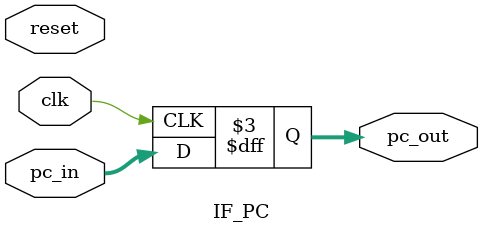
<source format=v>
`timescale 1ns / 1ps
module IF_PC(
input wire clk,reset,
input wire [31:0] pc_in,
output reg [31:0] pc_out
);
initial
begin
pc_out = 0;
end
always@(posedge clk)
begin
pc_out <= pc_in;
end
endmodule

</source>
